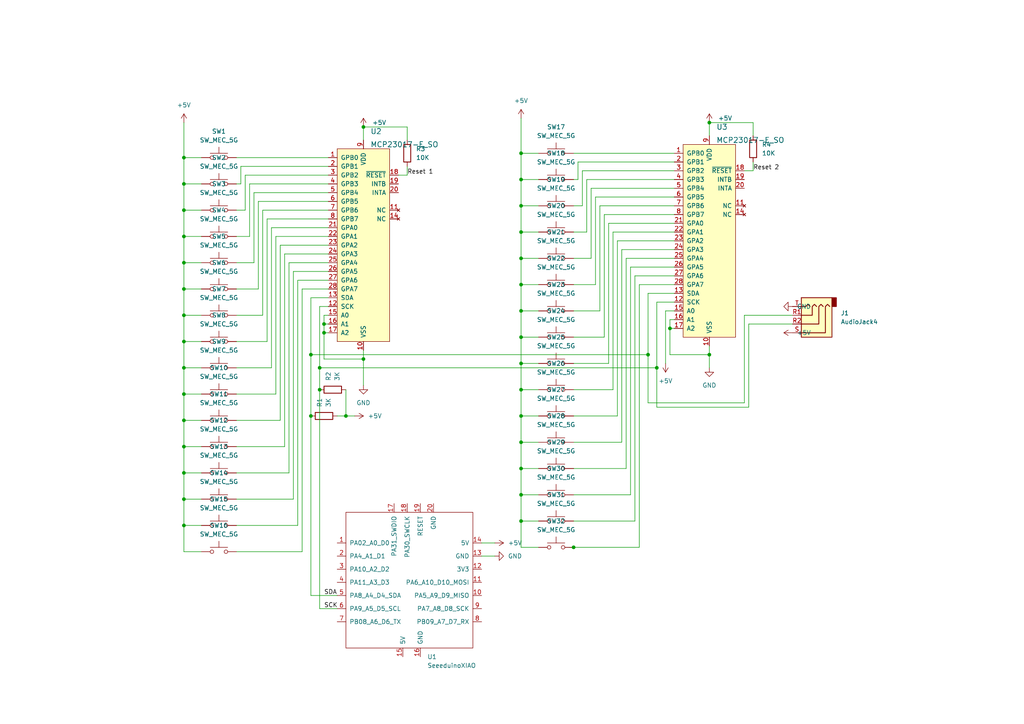
<source format=kicad_sch>
(kicad_sch (version 20211123) (generator eeschema)
  (paper "A4")
  (lib_symbols
    (symbol "Connector:AudioJack4"
      (property "Reference" "J" (at 0 8.89 0))
      (property "Value" "AudioJack4" (at 0 6.35 0))
      (symbol "AudioJack4_0_1"
        (rectangle (start -6.35 -5.08) (end -7.62 -7.62) (stroke (width 0.254)) (fill (type outline)))
        (polyline (pts (xy 0 -5.08) (xy 0.635 -5.715) (xy 1.27 -5.08) (xy 2.54 -5.08)) (stroke (width 0.254)))
        (polyline (pts (xy -5.715 -5.08) (xy -5.08 -5.715) (xy -4.445 -5.08) (xy -4.445 2.54) (xy 2.54 2.54)) (stroke (width 0.254)))
        (polyline (pts (xy -1.905 -5.08) (xy -1.27 -5.715) (xy -0.635 -5.08) (xy -0.635 -2.54) (xy 2.54 -2.54)) (stroke (width 0.254)))
        (polyline (pts (xy 2.54 0) (xy -2.54 0) (xy -2.54 -5.08) (xy -3.175 -5.715) (xy -3.81 -5.08)) (stroke (width 0.254)))
        (rectangle (start 2.54 3.81) (end -6.35 -7.62) (stroke (width 0.254)) (fill (type background)))
      )
      (symbol "AudioJack4_1_1"
        (pin passive line (at 5.08 -2.54 180) (length 2.54) (name "~") (number "R1"))
        (pin passive line (at 5.08 0 180) (length 2.54) (name "~") (number "R2"))
        (pin passive line (at 5.08 2.54 180) (length 2.54) (name "~") (number "S"))
        (pin passive line (at 5.08 -5.08 180) (length 2.54) (name "~") (number "T"))
      )
    )
    (symbol "Device:R" (pin_numbers hide) (pin_names (offset 0))
      (property "Reference" "R" (at 2.032 0 90))
      (property "Value" "R" (at 0 0 90))
      (symbol "R_0_1"
        (rectangle (start -1.016 -2.54) (end 1.016 2.54) (stroke (width 0.254)))
      )
      (symbol "R_1_1"
        (pin passive line (at 0 3.81 270) (length 1.27) (name "~") (number "1"))
        (pin passive line (at 0 -3.81 90) (length 1.27) (name "~") (number "2"))
      )
    )
    (symbol "Seeeduino XIAO:SeeeduinoXIAO" (pin_names (offset 1.016))
      (property "Reference" "U" (at -19.05 22.86 0))
      (property "Value" "SeeeduinoXIAO" (at -12.7 21.59 0))
      (symbol "SeeeduinoXIAO_0_1"
        (rectangle (start -19.05 20.32) (end 17.78 -19.05))
      )
      (symbol "SeeeduinoXIAO_1_1"
        (pin unspecified line (at -21.59 11.43 0) (length 2.54) (name "PA02_A0_D0") (number "1"))
        (pin unspecified line (at 20.32 -3.81 180) (length 2.54) (name "PA5_A9_D9_MISO") (number "10"))
        (pin unspecified line (at 20.32 0 180) (length 2.54) (name "PA6_A10_D10_MOSI") (number "11"))
        (pin unspecified line (at 20.32 3.81 180) (length 2.54) (name "3V3") (number "12"))
        (pin unspecified line (at 20.32 7.62 180) (length 2.54) (name "GND") (number "13"))
        (pin unspecified line (at 20.32 11.43 180) (length 2.54) (name "5V") (number "14"))
        (pin input line (at -2.54 -21.59 90) (length 2.54) (name "5V") (number "15"))
        (pin input line (at 2.54 -21.59 90) (length 2.54) (name "GND") (number "16"))
        (pin input line (at -5.08 22.86 270) (length 2.54) (name "PA31_SWDIO") (number "17"))
        (pin input line (at -1.27 22.86 270) (length 2.54) (name "PA30_SWCLK") (number "18"))
        (pin input line (at 2.54 22.86 270) (length 2.54) (name "RESET") (number "19"))
        (pin unspecified line (at -21.59 7.62 0) (length 2.54) (name "PA4_A1_D1") (number "2"))
        (pin input line (at 6.35 22.86 270) (length 2.54) (name "GND") (number "20"))
        (pin unspecified line (at -21.59 3.81 0) (length 2.54) (name "PA10_A2_D2") (number "3"))
        (pin unspecified line (at -21.59 0 0) (length 2.54) (name "PA11_A3_D3") (number "4"))
        (pin unspecified line (at -21.59 -3.81 0) (length 2.54) (name "PA8_A4_D4_SDA") (number "5"))
        (pin unspecified line (at -21.59 -7.62 0) (length 2.54) (name "PA9_A5_D5_SCL") (number "6"))
        (pin unspecified line (at -21.59 -11.43 0) (length 2.54) (name "PB08_A6_D6_TX") (number "7"))
        (pin unspecified line (at 20.32 -11.43 180) (length 2.54) (name "PB09_A7_D7_RX") (number "8"))
        (pin unspecified line (at 20.32 -7.62 180) (length 2.54) (name "PA7_A8_D8_SCK") (number "9"))
      )
    )
    (symbol "Switch:SW_Push" (pin_numbers hide) (pin_names (offset 1.016) hide)
      (property "Reference" "SW" (at 1.27 2.54 0))
      (property "Value" "SW_Push" (at 0 -1.524 0))
      (symbol "SW_Push_0_1"
        (circle (center -2.032 0) (radius 0.508))
        (polyline (pts (xy 0 1.27) (xy 0 3.048)))
        (polyline (pts (xy 2.54 1.27) (xy -2.54 1.27)))
        (circle (center 2.032 0) (radius 0.508))
        (pin passive line (at -5.08 0 0) (length 2.54) (name "1") (number "1"))
        (pin passive line (at 5.08 0 180) (length 2.54) (name "2") (number "2"))
      )
    )
    (symbol "dk_Interface-I-O-Expanders:MCP23017-E_SO" (pin_names (offset 1.016))
      (property "Reference" "U" (at -2.54 19.05 0))
      (property "Value" "MCP23017-E_SO" (at 2.54 -27.94 90))
      (symbol "MCP23017-E_SO_0_1"
        (rectangle (start -5.08 17.78) (end 10.16 -38.1) (fill (type background)))
      )
      (symbol "MCP23017-E_SO_1_1"
        (pin bidirectional line (at -7.62 15.24 0) (length 2.54) (name "GPB0") (number "1"))
        (pin power_in line (at 2.54 -40.64 90) (length 2.54) (name "VSS") (number "10"))
        (pin no_connect line (at 12.7 0 180) (length 2.54) (name "NC") (number "11"))
        (pin input line (at -7.62 -27.94 0) (length 2.54) (name "SCK") (number "12"))
        (pin bidirectional line (at -7.62 -25.4 0) (length 2.54) (name "SDA") (number "13"))
        (pin no_connect line (at 12.7 -2.54 180) (length 2.54) (name "NC") (number "14"))
        (pin input line (at -7.62 -30.48 0) (length 2.54) (name "A0") (number "15"))
        (pin input line (at -7.62 -33.02 0) (length 2.54) (name "A1") (number "16"))
        (pin input line (at -7.62 -35.56 0) (length 2.54) (name "A2") (number "17"))
        (pin output line (at 12.7 10.16 180) (length 2.54) (name "~{RESET}") (number "18"))
        (pin output line (at 12.7 7.62 180) (length 2.54) (name "INTB") (number "19"))
        (pin bidirectional line (at -7.62 12.7 0) (length 2.54) (name "GPB1") (number "2"))
        (pin output line (at 12.7 5.08 180) (length 2.54) (name "INTA") (number "20"))
        (pin bidirectional line (at -7.62 -5.08 0) (length 2.54) (name "GPA0") (number "21"))
        (pin bidirectional line (at -7.62 -7.62 0) (length 2.54) (name "GPA1") (number "22"))
        (pin bidirectional line (at -7.62 -10.16 0) (length 2.54) (name "GPA2") (number "23"))
        (pin bidirectional line (at -7.62 -12.7 0) (length 2.54) (name "GPA3") (number "24"))
        (pin bidirectional line (at -7.62 -15.24 0) (length 2.54) (name "GPA4") (number "25"))
        (pin bidirectional line (at -7.62 -17.78 0) (length 2.54) (name "GPA5") (number "26"))
        (pin bidirectional line (at -7.62 -20.32 0) (length 2.54) (name "GPA6") (number "27"))
        (pin bidirectional line (at -7.62 -22.86 0) (length 2.54) (name "GPA7") (number "28"))
        (pin bidirectional line (at -7.62 10.16 0) (length 2.54) (name "GPB2") (number "3"))
        (pin bidirectional line (at -7.62 7.62 0) (length 2.54) (name "GPB3") (number "4"))
        (pin bidirectional line (at -7.62 5.08 0) (length 2.54) (name "GPB4") (number "5"))
        (pin bidirectional line (at -7.62 2.54 0) (length 2.54) (name "GPB5") (number "6"))
        (pin bidirectional line (at -7.62 0 0) (length 2.54) (name "GPB6") (number "7"))
        (pin bidirectional line (at -7.62 -2.54 0) (length 2.54) (name "GPB7") (number "8"))
        (pin power_in line (at 2.54 20.32 270) (length 2.54) (name "VDD") (number "9"))
      )
    )
    (symbol "power:+5V" (power) (pin_names (offset 0))
      (property "Value" "+5V" (at 0 3.556 0))
      (symbol "+5V_0_1"
        (polyline (pts (xy -0.762 1.27) (xy 0 2.54)))
        (polyline (pts (xy 0 0) (xy 0 2.54)))
        (polyline (pts (xy 0 2.54) (xy 0.762 1.27)))
      )
      (symbol "+5V_1_1"
        (pin power_in line (at 0 0 90) (length 0) hide (name "+5V") (number "1"))
      )
    )
    (symbol "power:GND" (power) (pin_names (offset 0))
      (property "Value" "GND" (at 0 -3.81 0))
      (symbol "GND_0_1"
        (polyline (pts (xy 0 0) (xy 0 -1.27) (xy 1.27 -1.27) (xy 0 -2.54) (xy -1.27 -1.27) (xy 0 -1.27)))
      )
      (symbol "GND_1_1"
        (pin power_in line (at 0 0 270) (length 0) hide (name "GND") (number "1"))
      )
    )
  )
  (junction (at 151.13 128.27))
  (junction (at 53.34 45.72))
  (junction (at 151.13 74.93))
  (junction (at 166.37 158.75))
  (junction (at 90.17 120.65))
  (junction (at 53.34 114.3))
  (junction (at 53.34 53.34))
  (junction (at 53.34 144.78))
  (junction (at 205.74 35.56))
  (junction (at 151.13 90.17))
  (junction (at 93.98 96.52))
  (junction (at 100.33 120.65))
  (junction (at 53.34 91.44))
  (junction (at 92.71 113.03))
  (junction (at 93.98 93.98))
  (junction (at 151.13 105.41))
  (junction (at 53.34 121.92))
  (junction (at 151.13 97.79))
  (junction (at 53.34 83.82))
  (junction (at 105.41 36.83))
  (junction (at 187.96 102.87))
  (junction (at 151.13 82.55))
  (junction (at 53.34 68.58))
  (junction (at 53.34 152.4))
  (junction (at 151.13 59.69))
  (junction (at 205.74 102.87))
  (junction (at 92.71 106.68))
  (junction (at 53.34 129.54))
  (junction (at 151.13 52.07))
  (junction (at 53.34 137.16))
  (junction (at 151.13 151.13))
  (junction (at 151.13 120.65))
  (junction (at 90.17 102.87))
  (junction (at 53.34 76.2))
  (junction (at 53.34 106.68))
  (junction (at 105.41 104.14))
  (junction (at 190.5 106.68))
  (junction (at 194.31 95.25))
  (junction (at 53.34 60.96))
  (junction (at 151.13 67.31))
  (junction (at 151.13 143.51))
  (junction (at 151.13 44.45))
  (junction (at 53.34 99.06))
  (junction (at 151.13 135.89))
  (junction (at 151.13 113.03))
  (wire (pts (xy 151.13 105.41) (xy 151.13 113.03)))
  (wire (pts (xy 53.34 121.92) (xy 53.34 129.54)))
  (wire (pts (xy 151.13 34.29) (xy 151.13 44.45)))
  (wire (pts (xy 215.9 91.44) (xy 215.9 116.84)))
  (wire (pts (xy 166.37 67.31) (xy 170.18 67.31)))
  (wire (pts (xy 229.87 91.44) (xy 215.9 91.44)))
  (wire (pts (xy 53.34 144.78) (xy 58.42 144.78)))
  (wire (pts (xy 151.13 59.69) (xy 156.21 59.69)))
  (wire (pts (xy 167.64 52.07) (xy 167.64 46.99)))
  (wire (pts (xy 71.12 60.96) (xy 68.58 60.96)))
  (wire (pts (xy 176.53 64.77) (xy 176.53 105.41)))
  (wire (pts (xy 151.13 82.55) (xy 151.13 90.17)))
  (wire (pts (xy 194.31 102.87) (xy 205.74 102.87)))
  (wire (pts (xy 185.42 82.55) (xy 185.42 158.75)))
  (wire (pts (xy 195.58 95.25) (xy 194.31 95.25)))
  (wire (pts (xy 151.13 113.03) (xy 156.21 113.03)))
  (wire (pts (xy 95.25 78.74) (xy 85.09 78.74)))
  (wire (pts (xy 76.2 60.96) (xy 95.25 60.96)))
  (wire (pts (xy 53.34 121.92) (xy 58.42 121.92)))
  (wire (pts (xy 95.25 93.98) (xy 93.98 93.98)))
  (wire (pts (xy 118.11 50.8) (xy 115.57 50.8)))
  (wire (pts (xy 68.58 99.06) (xy 77.47 99.06)))
  (wire (pts (xy 180.34 72.39) (xy 180.34 128.27)))
  (wire (pts (xy 85.09 144.78) (xy 68.58 144.78)))
  (wire (pts (xy 93.98 104.14) (xy 105.41 104.14)))
  (wire (pts (xy 90.17 86.36) (xy 95.25 86.36)))
  (wire (pts (xy 184.15 80.01) (xy 184.15 151.13)))
  (wire (pts (xy 74.93 58.42) (xy 95.25 58.42)))
  (wire (pts (xy 93.98 96.52) (xy 95.25 96.52)))
  (wire (pts (xy 53.34 53.34) (xy 53.34 60.96)))
  (wire (pts (xy 74.93 83.82) (xy 74.93 58.42)))
  (wire (pts (xy 81.28 121.92) (xy 81.28 71.12)))
  (wire (pts (xy 205.74 35.56) (xy 205.74 39.37)))
  (wire (pts (xy 187.96 85.09) (xy 187.96 102.87)))
  (wire (pts (xy 173.99 59.69) (xy 195.58 59.69)))
  (wire (pts (xy 173.99 59.69) (xy 173.99 90.17)))
  (wire (pts (xy 166.37 52.07) (xy 167.64 52.07)))
  (wire (pts (xy 90.17 102.87) (xy 90.17 86.36)))
  (wire (pts (xy 53.34 53.34) (xy 58.42 53.34)))
  (wire (pts (xy 151.13 52.07) (xy 156.21 52.07)))
  (wire (pts (xy 92.71 88.9) (xy 95.25 88.9)))
  (wire (pts (xy 53.34 76.2) (xy 53.34 83.82)))
  (wire (pts (xy 187.96 102.87) (xy 90.17 102.87)))
  (wire (pts (xy 93.98 91.44) (xy 93.98 93.98)))
  (wire (pts (xy 151.13 128.27) (xy 156.21 128.27)))
  (wire (pts (xy 166.37 44.45) (xy 195.58 44.45)))
  (wire (pts (xy 68.58 53.34) (xy 69.85 53.34)))
  (wire (pts (xy 190.5 106.68) (xy 92.71 106.68)))
  (wire (pts (xy 170.18 67.31) (xy 170.18 52.07)))
  (wire (pts (xy 195.58 90.17) (xy 193.04 90.17)))
  (wire (pts (xy 151.13 44.45) (xy 151.13 52.07)))
  (wire (pts (xy 139.7 157.48) (xy 143.51 157.48)))
  (wire (pts (xy 53.34 68.58) (xy 58.42 68.58)))
  (wire (pts (xy 175.26 97.79) (xy 175.26 62.23)))
  (wire (pts (xy 68.58 45.72) (xy 95.25 45.72)))
  (wire (pts (xy 195.58 92.71) (xy 194.31 92.71)))
  (wire (pts (xy 151.13 135.89) (xy 151.13 143.51)))
  (wire (pts (xy 105.41 36.83) (xy 105.41 40.64)))
  (wire (pts (xy 215.9 116.84) (xy 187.96 116.84)))
  (wire (pts (xy 218.44 35.56) (xy 205.74 35.56)))
  (wire (pts (xy 151.13 67.31) (xy 156.21 67.31)))
  (wire (pts (xy 71.12 50.8) (xy 71.12 60.96)))
  (wire (pts (xy 193.04 90.17) (xy 193.04 105.41)))
  (wire (pts (xy 53.34 83.82) (xy 53.34 91.44)))
  (wire (pts (xy 90.17 120.65) (xy 90.17 172.72)))
  (wire (pts (xy 118.11 40.64) (xy 118.11 36.83)))
  (wire (pts (xy 217.17 118.11) (xy 190.5 118.11)))
  (wire (pts (xy 176.53 105.41) (xy 166.37 105.41)))
  (wire (pts (xy 53.34 68.58) (xy 53.34 76.2)))
  (wire (pts (xy 195.58 82.55) (xy 185.42 82.55)))
  (wire (pts (xy 194.31 92.71) (xy 194.31 95.25)))
  (wire (pts (xy 184.15 80.01) (xy 195.58 80.01)))
  (wire (pts (xy 105.41 101.6) (xy 105.41 104.14)))
  (wire (pts (xy 77.47 63.5) (xy 95.25 63.5)))
  (wire (pts (xy 190.5 87.63) (xy 190.5 106.68)))
  (wire (pts (xy 217.17 93.98) (xy 217.17 118.11)))
  (wire (pts (xy 172.72 57.15) (xy 195.58 57.15)))
  (wire (pts (xy 205.74 102.87) (xy 205.74 106.68)))
  (wire (pts (xy 190.5 118.11) (xy 190.5 106.68)))
  (wire (pts (xy 68.58 137.16) (xy 83.82 137.16)))
  (wire (pts (xy 53.34 137.16) (xy 53.34 144.78)))
  (wire (pts (xy 151.13 74.93) (xy 156.21 74.93)))
  (wire (pts (xy 105.41 104.14) (xy 105.41 111.76)))
  (wire (pts (xy 151.13 151.13) (xy 156.21 151.13)))
  (wire (pts (xy 53.34 160.02) (xy 58.42 160.02)))
  (wire (pts (xy 72.39 53.34) (xy 95.25 53.34)))
  (wire (pts (xy 97.79 172.72) (xy 90.17 172.72)))
  (wire (pts (xy 100.33 113.03) (xy 100.33 120.65)))
  (wire (pts (xy 82.55 129.54) (xy 68.58 129.54)))
  (wire (pts (xy 168.91 49.53) (xy 195.58 49.53)))
  (wire (pts (xy 97.79 120.65) (xy 100.33 120.65)))
  (wire (pts (xy 53.34 152.4) (xy 58.42 152.4)))
  (wire (pts (xy 168.91 49.53) (xy 168.91 59.69)))
  (wire (pts (xy 177.8 113.03) (xy 177.8 67.31)))
  (wire (pts (xy 151.13 105.41) (xy 156.21 105.41)))
  (wire (pts (xy 180.34 128.27) (xy 166.37 128.27)))
  (wire (pts (xy 85.09 78.74) (xy 85.09 144.78)))
  (wire (pts (xy 68.58 68.58) (xy 72.39 68.58)))
  (wire (pts (xy 171.45 54.61) (xy 195.58 54.61)))
  (wire (pts (xy 78.74 66.04) (xy 95.25 66.04)))
  (wire (pts (xy 182.88 143.51) (xy 166.37 143.51)))
  (wire (pts (xy 53.34 99.06) (xy 53.34 106.68)))
  (wire (pts (xy 170.18 52.07) (xy 195.58 52.07)))
  (wire (pts (xy 151.13 120.65) (xy 151.13 128.27)))
  (wire (pts (xy 151.13 158.75) (xy 156.21 158.75)))
  (wire (pts (xy 87.63 160.02) (xy 68.58 160.02)))
  (wire (pts (xy 81.28 71.12) (xy 95.25 71.12)))
  (wire (pts (xy 92.71 106.68) (xy 92.71 113.03)))
  (wire (pts (xy 82.55 73.66) (xy 82.55 129.54)))
  (wire (pts (xy 53.34 129.54) (xy 58.42 129.54)))
  (wire (pts (xy 177.8 67.31) (xy 195.58 67.31)))
  (wire (pts (xy 53.34 35.56) (xy 53.34 45.72)))
  (wire (pts (xy 83.82 137.16) (xy 83.82 76.2)))
  (wire (pts (xy 76.2 91.44) (xy 68.58 91.44)))
  (wire (pts (xy 151.13 120.65) (xy 156.21 120.65)))
  (wire (pts (xy 92.71 106.68) (xy 92.71 88.9)))
  (wire (pts (xy 218.44 49.53) (xy 218.44 46.99)))
  (wire (pts (xy 151.13 143.51) (xy 156.21 143.51)))
  (wire (pts (xy 151.13 52.07) (xy 151.13 59.69)))
  (wire (pts (xy 151.13 59.69) (xy 151.13 67.31)))
  (wire (pts (xy 151.13 143.51) (xy 151.13 151.13)))
  (wire (pts (xy 53.34 114.3) (xy 58.42 114.3)))
  (wire (pts (xy 168.91 59.69) (xy 166.37 59.69)))
  (wire (pts (xy 151.13 82.55) (xy 156.21 82.55)))
  (wire (pts (xy 151.13 90.17) (xy 151.13 97.79)))
  (wire (pts (xy 100.33 120.65) (xy 102.87 120.65)))
  (wire (pts (xy 78.74 106.68) (xy 68.58 106.68)))
  (wire (pts (xy 151.13 135.89) (xy 156.21 135.89)))
  (wire (pts (xy 139.7 161.29) (xy 143.51 161.29)))
  (wire (pts (xy 218.44 39.37) (xy 218.44 35.56)))
  (wire (pts (xy 53.34 129.54) (xy 53.34 137.16)))
  (wire (pts (xy 176.53 64.77) (xy 195.58 64.77)))
  (wire (pts (xy 151.13 151.13) (xy 151.13 158.75)))
  (wire (pts (xy 171.45 54.61) (xy 171.45 74.93)))
  (wire (pts (xy 179.07 69.85) (xy 195.58 69.85)))
  (wire (pts (xy 80.01 68.58) (xy 95.25 68.58)))
  (wire (pts (xy 195.58 72.39) (xy 180.34 72.39)))
  (wire (pts (xy 53.34 99.06) (xy 58.42 99.06)))
  (wire (pts (xy 171.45 74.93) (xy 166.37 74.93)))
  (wire (pts (xy 151.13 113.03) (xy 151.13 120.65)))
  (wire (pts (xy 167.64 46.99) (xy 195.58 46.99)))
  (wire (pts (xy 195.58 87.63) (xy 190.5 87.63)))
  (wire (pts (xy 95.25 91.44) (xy 93.98 91.44)))
  (wire (pts (xy 166.37 113.03) (xy 177.8 113.03)))
  (wire (pts (xy 181.61 74.93) (xy 195.58 74.93)))
  (wire (pts (xy 166.37 97.79) (xy 175.26 97.79)))
  (wire (pts (xy 68.58 114.3) (xy 80.01 114.3)))
  (wire (pts (xy 151.13 128.27) (xy 151.13 135.89)))
  (wire (pts (xy 175.26 62.23) (xy 195.58 62.23)))
  (wire (pts (xy 166.37 151.13) (xy 184.15 151.13)))
  (wire (pts (xy 53.34 45.72) (xy 53.34 53.34)))
  (wire (pts (xy 53.34 60.96) (xy 58.42 60.96)))
  (wire (pts (xy 73.66 55.88) (xy 95.25 55.88)))
  (wire (pts (xy 53.34 137.16) (xy 58.42 137.16)))
  (wire (pts (xy 53.34 76.2) (xy 58.42 76.2)))
  (wire (pts (xy 76.2 60.96) (xy 76.2 91.44)))
  (wire (pts (xy 53.34 45.72) (xy 58.42 45.72)))
  (wire (pts (xy 92.71 113.03) (xy 92.71 176.53)))
  (wire (pts (xy 77.47 99.06) (xy 77.47 63.5)))
  (wire (pts (xy 93.98 93.98) (xy 93.98 96.52)))
  (wire (pts (xy 156.21 90.17) (xy 151.13 90.17)))
  (wire (pts (xy 68.58 121.92) (xy 81.28 121.92)))
  (wire (pts (xy 166.37 82.55) (xy 172.72 82.55)))
  (wire (pts (xy 165.1 158.75) (xy 166.37 158.75)))
  (wire (pts (xy 58.42 91.44) (xy 53.34 91.44)))
  (wire (pts (xy 71.12 50.8) (xy 95.25 50.8)))
  (wire (pts (xy 90.17 102.87) (xy 90.17 120.65)))
  (wire (pts (xy 182.88 77.47) (xy 182.88 143.51)))
  (wire (pts (xy 215.9 49.53) (xy 218.44 49.53)))
  (wire (pts (xy 80.01 114.3) (xy 80.01 68.58)))
  (wire (pts (xy 179.07 120.65) (xy 179.07 69.85)))
  (wire (pts (xy 69.85 53.34) (xy 69.85 48.26)))
  (wire (pts (xy 118.11 36.83) (xy 105.41 36.83)))
  (wire (pts (xy 151.13 67.31) (xy 151.13 74.93)))
  (wire (pts (xy 68.58 152.4) (xy 86.36 152.4)))
  (wire (pts (xy 72.39 68.58) (xy 72.39 53.34)))
  (wire (pts (xy 173.99 90.17) (xy 166.37 90.17)))
  (wire (pts (xy 118.11 48.26) (xy 118.11 50.8)))
  (wire (pts (xy 86.36 81.28) (xy 95.25 81.28)))
  (wire (pts (xy 78.74 66.04) (xy 78.74 106.68)))
  (wire (pts (xy 73.66 76.2) (xy 68.58 76.2)))
  (wire (pts (xy 185.42 158.75) (xy 166.37 158.75)))
  (wire (pts (xy 166.37 120.65) (xy 179.07 120.65)))
  (wire (pts (xy 151.13 44.45) (xy 156.21 44.45)))
  (wire (pts (xy 87.63 83.82) (xy 87.63 160.02)))
  (wire (pts (xy 151.13 97.79) (xy 156.21 97.79)))
  (wire (pts (xy 53.34 60.96) (xy 53.34 68.58)))
  (wire (pts (xy 93.98 96.52) (xy 93.98 104.14)))
  (wire (pts (xy 53.34 144.78) (xy 53.34 152.4)))
  (wire (pts (xy 53.34 83.82) (xy 58.42 83.82)))
  (wire (pts (xy 73.66 55.88) (xy 73.66 76.2)))
  (wire (pts (xy 69.85 48.26) (xy 95.25 48.26)))
  (wire (pts (xy 53.34 106.68) (xy 58.42 106.68)))
  (wire (pts (xy 229.87 93.98) (xy 217.17 93.98)))
  (wire (pts (xy 195.58 77.47) (xy 182.88 77.47)))
  (wire (pts (xy 187.96 116.84) (xy 187.96 102.87)))
  (wire (pts (xy 172.72 82.55) (xy 172.72 57.15)))
  (wire (pts (xy 97.79 176.53) (xy 92.71 176.53)))
  (wire (pts (xy 205.74 100.33) (xy 205.74 102.87)))
  (wire (pts (xy 53.34 114.3) (xy 53.34 121.92)))
  (wire (pts (xy 95.25 83.82) (xy 87.63 83.82)))
  (wire (pts (xy 95.25 73.66) (xy 82.55 73.66)))
  (wire (pts (xy 166.37 135.89) (xy 181.61 135.89)))
  (wire (pts (xy 181.61 135.89) (xy 181.61 74.93)))
  (wire (pts (xy 151.13 97.79) (xy 151.13 105.41)))
  (wire (pts (xy 194.31 95.25) (xy 194.31 102.87)))
  (wire (pts (xy 53.34 106.68) (xy 53.34 114.3)))
  (wire (pts (xy 68.58 83.82) (xy 74.93 83.82)))
  (wire (pts (xy 53.34 152.4) (xy 53.34 160.02)))
  (wire (pts (xy 83.82 76.2) (xy 95.25 76.2)))
  (wire (pts (xy 195.58 85.09) (xy 187.96 85.09)))
  (wire (pts (xy 86.36 81.28) (xy 86.36 152.4)))
  (wire (pts (xy 151.13 74.93) (xy 151.13 82.55)))
  (wire (pts (xy 53.34 91.44) (xy 53.34 99.06)))
  (label "SDA" (at 93.98 172.72 0))
  (label "SCK" (at 93.98 176.53 0))
  (label "Reset 1" (at 118.11 50.8 0))
  (label "Reset 2" (at 218.44 49.53 0))
  (symbol (lib_id "Switch:SW_Push") (at 161.29 82.55 0) (unit 1)
    (property "Reference" "SW22" (at 161.29 74.93 0))
    (property "Value" "SW_MEC_5G" (at 161.29 77.47 0))
    (property "Footprint" "Switch_Keyboard_Kailh:SW_Kailh_Choc_V1V2_1.00u" (effects hide))
  )
  (symbol (lib_id "Switch:SW_Push") (at 63.5 144.78 0) (unit 1)
    (property "Reference" "SW14" (at 63.5 137.16 0))
    (property "Value" "SW_MEC_5G" (at 63.5 139.7 0))
    (property "Footprint" "Switch_Keyboard_Kailh:SW_Kailh_Choc_V1V2_1.50u" (effects hide))
  )
  (symbol (lib_id "Switch:SW_Push") (at 63.5 68.58 0) (unit 1)
    (property "Reference" "SW4" (at 63.5 60.96 0))
    (property "Value" "SW_MEC_5G" (at 63.5 63.5 0))
    (property "Footprint" "Switch_Keyboard_Kailh:SW_Kailh_Choc_V1V2_1.00u" (effects hide))
  )
  (symbol (lib_id "Switch:SW_Push") (at 161.29 105.41 0) (unit 1)
    (property "Reference" "SW25" (at 161.29 97.79 0))
    (property "Value" "SW_MEC_5G" (at 161.29 100.33 0))
    (property "Footprint" "Switch_Keyboard_Kailh:SW_Kailh_Choc_V1V2_1.00u" (effects hide))
  )
  (symbol (lib_id "Switch:SW_Push") (at 63.5 83.82 0) (unit 1)
    (property "Reference" "SW6" (at 63.5 76.2 0))
    (property "Value" "SW_MEC_5G" (at 63.5 78.74 0))
    (property "Footprint" "Switch_Keyboard_Kailh:SW_Kailh_Choc_V1V2_1.00u" (effects hide))
  )
  (symbol (lib_id "power:+5V") (at 229.87 96.52 90) (unit 1)
    (property "Reference" "#PWR0110" (effects hide))
    (property "Value" "+5V" (at 231.14 96.5199 90) (effects (justify right)))
  )
  (symbol (lib_id "power:+5V") (at 105.41 36.83 0) (unit 1)
    (property "Reference" "#PWR0104" (effects hide))
    (property "Value" "+5V" (at 107.95 35.5599 0) (effects (justify left)))
  )
  (symbol (lib_id "Switch:SW_Push") (at 63.5 91.44 0) (unit 1)
    (property "Reference" "SW7" (at 63.5 83.82 0))
    (property "Value" "SW_MEC_5G" (at 63.5 86.36 0))
    (property "Footprint" "Switch_Keyboard_Kailh:SW_Kailh_Choc_V1V2_1.00u" (effects hide))
  )
  (symbol (lib_id "power:+5V") (at 151.13 34.29 0) (unit 1)
    (property "Reference" "#PWR0101" (effects hide))
    (property "Value" "+5V" (at 151.13 29.21 0))
  )
  (symbol (lib_id "Switch:SW_Push") (at 63.5 152.4 0) (unit 1)
    (property "Reference" "SW15" (at 63.5 144.78 0))
    (property "Value" "SW_MEC_5G" (at 63.5 147.32 0))
    (property "Footprint" "Switch_Keyboard_Kailh:SW_Kailh_Choc_V1V2_1.00u" (effects hide))
  )
  (symbol (lib_id "Device:R") (at 218.44 43.18 180) (unit 1)
    (property "Reference" "R4" (at 220.98 41.9099 0) (effects (justify right)))
    (property "Value" "10K" (at 220.98 44.4499 0) (effects (justify right)))
    (property "Footprint" "Resistor_SMD:R_0603_1608Metric_Pad0.98x0.95mm_HandSolder" (effects hide))
  )
  (symbol (lib_id "Switch:SW_Push") (at 63.5 106.68 0) (unit 1)
    (property "Reference" "SW9" (at 63.5 99.06 0))
    (property "Value" "SW_MEC_5G" (at 63.5 101.6 0))
    (property "Footprint" "Switch_Keyboard_Kailh:SW_Kailh_Choc_V1V2_1.00u" (effects hide))
  )
  (symbol (lib_id "Switch:SW_Push") (at 161.29 52.07 0) (unit 1)
    (property "Reference" "SW18" (at 161.29 44.45 0))
    (property "Value" "SW_MEC_5G" (at 161.29 46.99 0))
    (property "Footprint" "Switch_Keyboard_Kailh:SW_Kailh_Choc_V1V2_1.00u" (effects hide))
  )
  (symbol (lib_id "Device:R") (at 118.11 44.45 180) (unit 1)
    (property "Reference" "R3" (at 120.65 43.1799 0) (effects (justify right)))
    (property "Value" "10K" (at 120.65 45.7199 0) (effects (justify right)))
    (property "Footprint" "Resistor_SMD:R_0603_1608Metric_Pad0.98x0.95mm_HandSolder" (effects hide))
  )
  (symbol (lib_id "Switch:SW_Push") (at 161.29 135.89 0) (unit 1)
    (property "Reference" "SW29" (at 161.29 128.27 0))
    (property "Value" "SW_MEC_5G" (at 161.29 130.81 0))
    (property "Footprint" "Switch_Keyboard_Kailh:SW_Kailh_Choc_V1V2_1.00u" (effects hide))
  )
  (symbol (lib_id "Switch:SW_Push") (at 161.29 90.17 0) (unit 1)
    (property "Reference" "SW23" (at 161.29 82.55 0))
    (property "Value" "SW_MEC_5G" (at 161.29 85.09 0))
    (property "Footprint" "Switch_Keyboard_Kailh:SW_Kailh_Choc_V1V2_1.00u" (effects hide))
  )
  (symbol (lib_id "power:GND") (at 105.41 111.76 0) (unit 1)
    (property "Reference" "#PWR0106" (effects hide))
    (property "Value" "GND" (at 105.41 116.84 0))
  )
  (symbol (lib_id "Switch:SW_Push") (at 161.29 158.75 0) (unit 1)
    (property "Reference" "SW32" (at 161.29 151.13 0))
    (property "Value" "SW_MEC_5G" (at 161.29 153.67 0))
    (property "Footprint" "Switch_Keyboard_Kailh:SW_Kailh_Choc_V1V2_1.00u" (effects hide))
  )
  (symbol (lib_id "Switch:SW_Push") (at 161.29 151.13 0) (unit 1)
    (property "Reference" "SW31" (at 161.29 143.51 0))
    (property "Value" "SW_MEC_5G" (at 161.29 146.05 0))
    (property "Footprint" "Switch_Keyboard_Kailh:SW_Kailh_Choc_V1V2_1.00u" (effects hide))
  )
  (symbol (lib_id "Seeeduino XIAO:SeeeduinoXIAO") (at 119.38 168.91 0) (unit 1)
    (property "Reference" "U1" (at 123.9394 190.5 0) (effects (justify left)))
    (property "Value" "SeeeduinoXIAO" (at 123.9394 193.04 0) (effects (justify left)))
    (property "Footprint" "Seeeduino XIAO KICAD:Seeeduino XIAO-MOUDLE14P-2.54-21X17.8MM" (effects hide))
  )
  (symbol (lib_id "Switch:SW_Push") (at 161.29 128.27 0) (unit 1)
    (property "Reference" "SW28" (at 161.29 120.65 0))
    (property "Value" "SW_MEC_5G" (at 161.29 123.19 0))
    (property "Footprint" "Switch_Keyboard_Kailh:SW_Kailh_Choc_V1V2_1.00u" (effects hide))
  )
  (symbol (lib_id "Switch:SW_Push") (at 161.29 120.65 0) (unit 1)
    (property "Reference" "SW27" (at 161.29 113.03 0))
    (property "Value" "SW_MEC_5G" (at 161.29 115.57 0))
    (property "Footprint" "Switch_Keyboard_Kailh:SW_Kailh_Choc_V1V2_1.00u" (effects hide))
  )
  (symbol (lib_id "Switch:SW_Push") (at 161.29 143.51 0) (unit 1)
    (property "Reference" "SW30" (at 161.29 135.89 0))
    (property "Value" "SW_MEC_5G" (at 161.29 138.43 0))
    (property "Footprint" "Switch_Keyboard_Kailh:SW_Kailh_Choc_V1V2_1.00u" (effects hide))
  )
  (symbol (lib_id "Connector:AudioJack4") (at 234.95 93.98 180) (unit 1)
    (property "Reference" "J1" (at 243.84 90.8049 0) (effects (justify right)))
    (property "Value" "AudioJack4" (at 243.84 93.3449 0) (effects (justify right)))
    (property "Footprint" "Connector_Audio:Jack_3.5mm_PJ320D_Horizontal" (effects hide))
  )
  (symbol (lib_id "Switch:SW_Push") (at 63.5 60.96 0) (unit 1)
    (property "Reference" "SW3" (at 63.5 53.34 0))
    (property "Value" "SW_MEC_5G" (at 63.5 55.88 0))
    (property "Footprint" "Switch_Keyboard_Kailh:SW_Kailh_Choc_V1V2_1.00u" (effects hide))
  )
  (symbol (lib_id "Switch:SW_Push") (at 63.5 137.16 0) (unit 1)
    (property "Reference" "SW13" (at 63.5 129.54 0))
    (property "Value" "SW_MEC_5G" (at 63.5 132.08 0))
    (property "Footprint" "Switch_Keyboard_Kailh:SW_Kailh_Choc_V1V2_1.50u_90deg" (effects hide))
  )
  (symbol (lib_id "power:+5V") (at 205.74 35.56 0) (unit 1)
    (property "Reference" "#PWR0105" (effects hide))
    (property "Value" "+5V" (at 208.28 34.2899 0) (effects (justify left)))
  )
  (symbol (lib_id "power:+5V") (at 193.04 105.41 180) (unit 1)
    (property "Reference" "#PWR0108" (effects hide))
    (property "Value" "+5V" (at 193.04 110.49 0))
  )
  (symbol (lib_id "power:+5V") (at 53.34 35.56 0) (unit 1)
    (property "Reference" "#PWR0109" (effects hide))
    (property "Value" "+5V" (at 53.34 30.48 0))
  )
  (symbol (lib_id "Switch:SW_Push") (at 161.29 67.31 0) (unit 1)
    (property "Reference" "SW20" (at 161.29 59.69 0))
    (property "Value" "SW_MEC_5G" (at 161.29 62.23 0))
    (property "Footprint" "Switch_Keyboard_Kailh:SW_Kailh_Choc_V1V2_1.00u" (effects hide))
  )
  (symbol (lib_id "dk_Interface-I-O-Expanders:MCP23017-E_SO") (at 203.2 59.69 0) (unit 1)
    (property "Reference" "U3" (at 207.7594 36.83 0) (effects (font (size 1.524 1.524)) (justify left)))
    (property "Value" "MCP23017-E_SO" (at 207.7594 40.64 0) (effects (font (size 1.524 1.524)) (justify left)))
    (property "Footprint" "digikey-footprints:SOIC-28_W7.5mm" (effects hide))
    (property "Datasheet" "http://www.microchip.com/mymicrochip/filehandler.aspx?ddocname=en023709" (effects hide))
    (property "Digi-Key_PN" "MCP23017-E/SO-ND" (effects hide))
    (property "MPN" "MCP23017-E/SO" (effects hide))
    (property "Category" "Integrated Circuits (ICs)" (effects hide))
    (property "Family" "Interface - I/O Expanders" (effects hide))
    (property "DK_Datasheet_Link" "http://www.microchip.com/mymicrochip/filehandler.aspx?ddocname=en023709" (effects hide))
    (property "DK_Detail_Page" "/product-detail/en/microchip-technology/MCP23017-E-SO/MCP23017-E-SO-ND/894271" (effects hide))
    (property "Description" "IC I/O EXPANDER I2C 16B 28SOIC" (effects hide))
    (property "Manufacturer" "Microchip Technology" (effects hide))
    (property "Status" "Active" (effects hide))
  )
  (symbol (lib_id "Switch:SW_Push") (at 63.5 45.72 0) (unit 1)
    (property "Reference" "SW1" (at 63.5 38.1 0))
    (property "Value" "SW_MEC_5G" (at 63.5 40.64 0))
    (property "Footprint" "Switch_Keyboard_Kailh:SW_Kailh_Choc_V1V2_1.00u" (effects hide))
  )
  (symbol (lib_id "dk_Interface-I-O-Expanders:MCP23017-E_SO") (at 102.87 60.96 0) (unit 1)
    (property "Reference" "U2" (at 107.4294 38.1 0) (effects (font (size 1.524 1.524)) (justify left)))
    (property "Value" "MCP23017-E_SO" (at 107.4294 41.91 0) (effects (font (size 1.524 1.524)) (justify left)))
    (property "Footprint" "digikey-footprints:SOIC-28_W7.5mm" (effects hide))
    (property "Datasheet" "http://www.microchip.com/mymicrochip/filehandler.aspx?ddocname=en023709" (effects hide))
    (property "Digi-Key_PN" "MCP23017-E/SO-ND" (effects hide))
    (property "MPN" "MCP23017-E/SO" (effects hide))
    (property "Category" "Integrated Circuits (ICs)" (effects hide))
    (property "Family" "Interface - I/O Expanders" (effects hide))
    (property "DK_Datasheet_Link" "http://www.microchip.com/mymicrochip/filehandler.aspx?ddocname=en023709" (effects hide))
    (property "DK_Detail_Page" "/product-detail/en/microchip-technology/MCP23017-E-SO/MCP23017-E-SO-ND/894271" (effects hide))
    (property "Description" "IC I/O EXPANDER I2C 16B 28SOIC" (effects hide))
    (property "Manufacturer" "Microchip Technology" (effects hide))
    (property "Status" "Active" (effects hide))
  )
  (symbol (lib_id "Device:R") (at 96.52 113.03 90) (unit 1)
    (property "Reference" "R2" (at 95.2499 110.49 0) (effects (justify left)))
    (property "Value" "3K" (at 97.7899 110.49 0) (effects (justify left)))
    (property "Footprint" "Resistor_SMD:R_0603_1608Metric_Pad0.98x0.95mm_HandSolder" (effects hide))
  )
  (symbol (lib_id "Switch:SW_Push") (at 63.5 160.02 0) (unit 1)
    (property "Reference" "SW16" (at 63.5 152.4 0))
    (property "Value" "SW_MEC_5G" (at 63.5 154.94 0))
    (property "Footprint" "Switch_Keyboard_Kailh:SW_Kailh_Choc_V1V2_1.50u_90deg" (effects hide))
  )
  (symbol (lib_id "Device:R") (at 93.98 120.65 90) (unit 1)
    (property "Reference" "R1" (at 92.7099 118.11 0) (effects (justify left)))
    (property "Value" "3K" (at 95.2499 118.11 0) (effects (justify left)))
    (property "Footprint" "Resistor_SMD:R_0603_1608Metric_Pad0.98x0.95mm_HandSolder" (effects hide))
  )
  (symbol (lib_id "Switch:SW_Push") (at 63.5 53.34 0) (unit 1)
    (property "Reference" "SW2" (at 63.5 45.72 0))
    (property "Value" "SW_MEC_5G" (at 63.5 48.26 0))
    (property "Footprint" "Switch_Keyboard_Kailh:SW_Kailh_Choc_V1V2_1.00u" (effects hide))
  )
  (symbol (lib_id "Switch:SW_Push") (at 63.5 76.2 0) (unit 1)
    (property "Reference" "SW5" (at 63.5 68.58 0))
    (property "Value" "SW_MEC_5G" (at 63.5 71.12 0))
    (property "Footprint" "Switch_Keyboard_Kailh:SW_Kailh_Choc_V1V2_1.00u" (effects hide))
  )
  (symbol (lib_id "Switch:SW_Push") (at 63.5 129.54 0) (unit 1)
    (property "Reference" "SW12" (at 63.5 121.92 0))
    (property "Value" "SW_MEC_5G" (at 63.5 124.46 0))
    (property "Footprint" "Switch_Keyboard_Kailh:SW_Kailh_Choc_V1V2_1.00u" (effects hide))
  )
  (symbol (lib_id "Switch:SW_Push") (at 161.29 74.93 0) (unit 1)
    (property "Reference" "SW21" (at 161.29 67.31 0))
    (property "Value" "SW_MEC_5G" (at 161.29 69.85 0))
    (property "Footprint" "Switch_Keyboard_Kailh:SW_Kailh_Choc_V1V2_1.00u" (effects hide))
  )
  (symbol (lib_id "power:+5V") (at 102.87 120.65 270) (unit 1)
    (property "Reference" "#PWR01" (effects hide))
    (property "Value" "+5V" (at 106.68 120.6499 90) (effects (justify left)))
  )
  (symbol (lib_id "power:GND") (at 229.87 88.9 270) (unit 1)
    (property "Reference" "#PWR0111" (effects hide))
    (property "Value" "GND" (at 231.14 88.8999 90) (effects (justify left)))
  )
  (symbol (lib_id "Switch:SW_Push") (at 161.29 44.45 0) (unit 1)
    (property "Reference" "SW17" (at 161.29 36.83 0))
    (property "Value" "SW_MEC_5G" (at 161.29 39.37 0))
    (property "Footprint" "Switch_Keyboard_Kailh:SW_Kailh_Choc_V1V2_1.00u" (effects hide))
  )
  (symbol (lib_id "power:+5V") (at 143.51 157.48 270) (unit 1)
    (property "Reference" "#PWR0103" (effects hide))
    (property "Value" "+5V" (at 147.32 157.4799 90) (effects (justify left)))
  )
  (symbol (lib_id "Switch:SW_Push") (at 161.29 113.03 0) (unit 1)
    (property "Reference" "SW26" (at 161.29 105.41 0))
    (property "Value" "SW_MEC_5G" (at 161.29 107.95 0))
    (property "Footprint" "Switch_Keyboard_Kailh:SW_Kailh_Choc_V1V2_1.00u" (effects hide))
  )
  (symbol (lib_id "Switch:SW_Push") (at 63.5 99.06 0) (unit 1)
    (property "Reference" "SW8" (at 63.5 91.44 0))
    (property "Value" "SW_MEC_5G" (at 63.5 93.98 0))
    (property "Footprint" "Switch_Keyboard_Kailh:SW_Kailh_Choc_V1V2_1.00u" (effects hide))
  )
  (symbol (lib_id "power:GND") (at 143.51 161.29 90) (unit 1)
    (property "Reference" "#PWR0102" (effects hide))
    (property "Value" "GND" (at 147.32 161.2899 90) (effects (justify right)))
  )
  (symbol (lib_id "Switch:SW_Push") (at 63.5 121.92 0) (unit 1)
    (property "Reference" "SW11" (at 63.5 114.3 0))
    (property "Value" "SW_MEC_5G" (at 63.5 116.84 0))
    (property "Footprint" "Switch_Keyboard_Kailh:SW_Kailh_Choc_V1V2_1.00u" (effects hide))
  )
  (symbol (lib_id "Switch:SW_Push") (at 161.29 97.79 0) (unit 1)
    (property "Reference" "SW24" (at 161.29 90.17 0))
    (property "Value" "SW_MEC_5G" (at 161.29 92.71 0))
    (property "Footprint" "Switch_Keyboard_Kailh:SW_Kailh_Choc_V1V2_1.00u" (effects hide))
  )
  (symbol (lib_id "power:GND") (at 205.74 106.68 0) (unit 1)
    (property "Reference" "#PWR0107" (effects hide))
    (property "Value" "GND" (at 205.74 111.76 0))
  )
  (symbol (lib_id "Switch:SW_Push") (at 63.5 114.3 0) (unit 1)
    (property "Reference" "SW10" (at 63.5 106.68 0))
    (property "Value" "SW_MEC_5G" (at 63.5 109.22 0))
    (property "Footprint" "Switch_Keyboard_Kailh:SW_Kailh_Choc_V1V2_1.00u" (effects hide))
  )
  (symbol (lib_id "Switch:SW_Push") (at 161.29 59.69 0) (unit 1)
    (property "Reference" "SW19" (at 161.29 52.07 0))
    (property "Value" "SW_MEC_5G" (at 161.29 54.61 0))
    (property "Footprint" "Switch_Keyboard_Kailh:SW_Kailh_Choc_V1V2_1.00u" (effects hide))
  )
)
</source>
